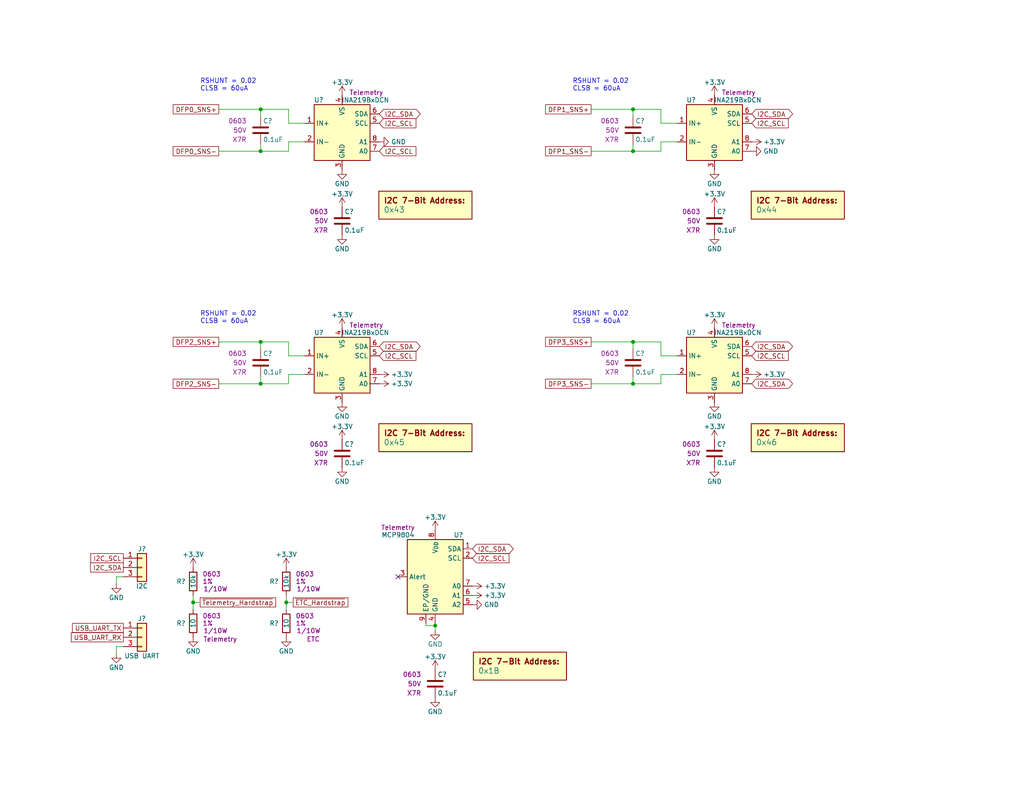
<source format=kicad_sch>
(kicad_sch (version 20230121) (generator eeschema)
  (paper "A")
  (title_block (title "USB Hub") (date "2023-08-20") (rev "PRELIM") (company "Drew Maatman"))
  (lib_symbols
    (symbol "Analog_ADC:INA219BxDCN"
      (property "Reference" "U" (at -6.35 8.89 0))
      (property "Value" "Analog_ADC_INA219BxDCN" (at 6.35 8.89 0))
      (symbol "INA219BxDCN_0_1"
        (rectangle (start -7.62 7.62) (end 7.62 -7.62) (stroke (width 0.254)) (fill (type background)))
      )
      (symbol "INA219BxDCN_1_1"
        (pin input line (at -10.16 2.54 0) (length 2.54) (name "IN+") (number "1"))
        (pin input line (at -10.16 -2.54 0) (length 2.54) (name "IN-") (number "2"))
        (pin power_in line (at 0 -10.16 90) (length 2.54) (name "GND") (number "3"))
        (pin power_in line (at 0 10.16 270) (length 2.54) (name "VS") (number "4"))
        (pin input line (at 10.16 2.54 180) (length 2.54) (name "SCL") (number "5"))
        (pin bidirectional line (at 10.16 5.08 180) (length 2.54) (name "SDA") (number "6"))
        (pin input line (at 10.16 -5.08 180) (length 2.54) (name "A0") (number "7"))
        (pin input line (at 10.16 -2.54 180) (length 2.54) (name "A1") (number "8"))
      )
    )
    (symbol "Connector_Generic:Conn_01x03" (pin_names (offset 1.016) hide)
      (property "Reference" "J" (at 0 5.08 0))
      (property "Value" "Conn_01x03" (at 0 -5.08 0))
      (symbol "Conn_01x03_1_1"
        (rectangle (start -1.27 -2.413) (end 0 -2.667) (stroke (width 0.1524)))
        (rectangle (start -1.27 0.127) (end 0 -0.127) (stroke (width 0.1524)))
        (rectangle (start -1.27 2.667) (end 0 2.413) (stroke (width 0.1524)))
        (rectangle (start -1.27 3.81) (end 1.27 -3.81) (stroke (width 0.254)) (fill (type background)))
        (pin passive line (at -5.08 2.54 0) (length 3.81) (name "Pin_1") (number "1"))
        (pin passive line (at -5.08 0 0) (length 3.81) (name "Pin_2") (number "2"))
        (pin passive line (at -5.08 -2.54 0) (length 3.81) (name "Pin_3") (number "3"))
      )
    )
    (symbol "Custom_Library:C_Custom" (pin_numbers hide) (pin_names (offset 0.254))
      (property "Reference" "C" (at 0.635 2.54 0))
      (property "Value" "C_Custom" (at 0.635 -2.54 0))
      (property "display_footprint" "Foot" (at -3.81 2.54 0))
      (property "Voltage" "V" (at -3.81 0 0))
      (property "Dielectric" "Er" (at -3.81 -2.54 0))
      (symbol "C_Custom_0_1"
        (polyline (pts (xy -2.032 -0.762) (xy 2.032 -0.762)) (stroke (width 0.508)))
        (polyline (pts (xy -2.032 0.762) (xy 2.032 0.762)) (stroke (width 0.508)))
      )
      (symbol "C_Custom_1_1"
        (pin passive line (at 0 3.81 270) (length 2.794) (name "~") (number "1"))
        (pin passive line (at 0 -3.81 90) (length 2.794) (name "~") (number "2"))
      )
    )
    (symbol "Custom_Library:I2C_Address" (pin_names (offset 1.016))
      (property "Value" "I2C_Address" (at -11.43 0 0))
      (symbol "I2C_Address_0_0"
        (rectangle (start -12.7 5.08) (end 12.7 -2.54) (stroke (width 0.254)) (fill (type background)))
        (text "I2C 7-Bit Address:" (at -11.43 2.54 0) (effects (font (size 1.524 1.524) bold) (justify left)))
      )
    )
    (symbol "Custom_Library:R_Custom" (pin_numbers hide) (pin_names (offset 1.016) hide)
      (property "Reference" "R" (at -2.54 0 90))
      (property "Value" "R_Custom" (at 0 0 90))
      (property "display_footprint" "Foot" (at 2.54 0 90))
      (property "Tolerance" "Tol" (at 5.08 0 90))
      (property "Wattage" "W" (at 7.62 0 90))
      (symbol "R_Custom_0_1"
        (rectangle (start 1.016 2.54) (end -1.016 -2.54) (stroke (width 0.254)))
      )
      (symbol "R_Custom_1_1"
        (pin passive line (at 0 3.81 270) (length 1.27) (name "1") (number "1"))
        (pin passive line (at 0 -3.81 90) (length 1.27) (name "2") (number "2"))
      )
    )
    (symbol "Sensor_Temperature:MCP9804_DFN"
      (property "Reference" "U" (at -6.35 11.43 0))
      (property "Value" "MCP9804_DFN" (at 10.16 11.43 0))
      (symbol "MCP9804_DFN_0_1"
        (rectangle (start -7.62 10.16) (end 7.62 -10.16) (stroke (width 0.254)) (fill (type background)))
      )
      (symbol "MCP9804_DFN_1_1"
        (pin bidirectional line (at -10.16 7.62 0) (length 2.54) (name "SDA") (number "1"))
        (pin input line (at -10.16 5.08 0) (length 2.54) (name "SCL") (number "2"))
        (pin output line (at 10.16 0 180) (length 2.54) (name "Alert") (number "3"))
        (pin power_in line (at 0 -12.7 90) (length 2.54) (name "GND") (number "4"))
        (pin input line (at -10.16 -7.62 0) (length 2.54) (name "A2") (number "5"))
        (pin input line (at -10.16 -5.08 0) (length 2.54) (name "A1") (number "6"))
        (pin input line (at -10.16 -2.54 0) (length 2.54) (name "A0") (number "7"))
        (pin power_in line (at 0 12.7 270) (length 2.54) (name "V_{DD}") (number "8"))
        (pin power_in line (at 2.54 -12.7 90) (length 2.54) (name "EP/GND") (number "9"))
      )
    )
    (symbol "power:+3.3V" (power) (pin_names (offset 0))
      (property "Value" "+3.3V" (at 0 3.556 0))
      (symbol "+3.3V_0_1"
        (polyline (pts (xy -0.762 1.27) (xy 0 2.54)))
        (polyline (pts (xy 0 0) (xy 0 2.54)))
        (polyline (pts (xy 0 2.54) (xy 0.762 1.27)))
      )
      (symbol "+3.3V_1_1"
        (pin power_in line (at 0 0 90) (length 0) hide (name "+3.3V") (number "1"))
      )
    )
    (symbol "power:GND" (power) (pin_names (offset 0))
      (property "Value" "GND" (at 0 -3.81 0))
      (symbol "GND_0_1"
        (polyline (pts (xy 0 0) (xy 0 -1.27) (xy 1.27 -1.27) (xy 0 -2.54) (xy -1.27 -1.27) (xy 0 -1.27)))
      )
      (symbol "GND_1_1"
        (pin power_in line (at 0 0 270) (length 0) hide (name "GND") (number "1"))
      )
    )
  )
  (junction (at 172.72 93.345))
  (junction (at 172.72 41.275))
  (junction (at 71.12 29.845))
  (junction (at 52.705 164.465))
  (junction (at 172.72 29.845))
  (junction (at 71.12 104.775))
  (junction (at 172.72 104.775))
  (junction (at 71.12 93.345))
  (junction (at 78.105 164.465))
  (junction (at 118.745 170.815))
  (junction (at 71.12 41.275))
  (no_connect (at 108.585 157.48))
  (wire (pts (xy 172.72 95.25) (xy 172.72 93.345)))
  (wire (pts (xy 180.34 33.655) (xy 180.34 29.845)))
  (wire (pts (xy 78.74 38.735) (xy 78.74 41.275)))
  (wire (pts (xy 180.34 97.155) (xy 180.34 93.345)))
  (wire (pts (xy 31.75 176.53) (xy 33.655 176.53)))
  (wire (pts (xy 78.74 41.275) (xy 71.12 41.275)))
  (wire (pts (xy 78.105 162.56) (xy 78.105 164.465)))
  (wire (pts (xy 71.12 104.775) (xy 71.12 102.87)))
  (wire (pts (xy 52.705 164.465) (xy 52.705 166.37)))
  (wire (pts (xy 78.74 104.775) (xy 71.12 104.775)))
  (wire (pts (xy 78.74 97.155) (xy 78.74 93.345)))
  (wire (pts (xy 118.745 170.815) (xy 116.205 170.815)))
  (wire (pts (xy 71.12 31.75) (xy 71.12 29.845)))
  (wire (pts (xy 59.69 104.775) (xy 71.12 104.775)))
  (wire (pts (xy 59.69 93.345) (xy 71.12 93.345)))
  (wire (pts (xy 31.75 178.435) (xy 31.75 176.53)))
  (wire (pts (xy 52.705 162.56) (xy 52.705 164.465)))
  (wire (pts (xy 31.75 157.48) (xy 33.655 157.48)))
  (wire (pts (xy 184.785 33.655) (xy 180.34 33.655)))
  (wire (pts (xy 54.61 164.465) (xy 52.705 164.465)))
  (wire (pts (xy 83.185 97.155) (xy 78.74 97.155)))
  (wire (pts (xy 180.34 102.235) (xy 180.34 104.775)))
  (wire (pts (xy 116.205 170.815) (xy 116.205 170.18)))
  (wire (pts (xy 161.29 93.345) (xy 172.72 93.345)))
  (wire (pts (xy 83.185 33.655) (xy 78.74 33.655)))
  (wire (pts (xy 184.785 102.235) (xy 180.34 102.235)))
  (wire (pts (xy 59.69 41.275) (xy 71.12 41.275)))
  (wire (pts (xy 172.72 41.275) (xy 172.72 39.37)))
  (wire (pts (xy 180.34 38.735) (xy 180.34 41.275)))
  (wire (pts (xy 59.69 29.845) (xy 71.12 29.845)))
  (wire (pts (xy 31.75 159.385) (xy 31.75 157.48)))
  (wire (pts (xy 118.745 172.085) (xy 118.745 170.815)))
  (wire (pts (xy 71.12 95.25) (xy 71.12 93.345)))
  (wire (pts (xy 180.34 29.845) (xy 172.72 29.845)))
  (wire (pts (xy 172.72 104.775) (xy 172.72 102.87)))
  (wire (pts (xy 78.74 93.345) (xy 71.12 93.345)))
  (wire (pts (xy 161.29 41.275) (xy 172.72 41.275)))
  (wire (pts (xy 184.785 97.155) (xy 180.34 97.155)))
  (wire (pts (xy 180.34 41.275) (xy 172.72 41.275)))
  (wire (pts (xy 71.12 41.275) (xy 71.12 39.37)))
  (wire (pts (xy 78.74 33.655) (xy 78.74 29.845)))
  (wire (pts (xy 161.29 104.775) (xy 172.72 104.775)))
  (wire (pts (xy 78.105 164.465) (xy 78.105 166.37)))
  (wire (pts (xy 78.74 102.235) (xy 78.74 104.775)))
  (wire (pts (xy 161.29 29.845) (xy 172.72 29.845)))
  (wire (pts (xy 83.185 38.735) (xy 78.74 38.735)))
  (wire (pts (xy 118.745 170.815) (xy 118.745 170.18)))
  (wire (pts (xy 78.74 29.845) (xy 71.12 29.845)))
  (wire (pts (xy 180.34 93.345) (xy 172.72 93.345)))
  (wire (pts (xy 180.34 104.775) (xy 172.72 104.775)))
  (wire (pts (xy 83.185 102.235) (xy 78.74 102.235)))
  (wire (pts (xy 80.01 164.465) (xy 78.105 164.465)))
  (wire (pts (xy 172.72 31.75) (xy 172.72 29.845)))
  (wire (pts (xy 184.785 38.735) (xy 180.34 38.735)))
  (text "RSHUNT = 0.02\nCLSB = 60uA" (at 54.61 25.019 0) (effects (font (size 1.27 1.27)) (justify left bottom)))
  (text "RSHUNT = 0.02\nCLSB = 60uA" (at 156.21 88.519 0) (effects (font (size 1.27 1.27)) (justify left bottom)))
  (text "RSHUNT = 0.02\nCLSB = 60uA" (at 54.61 88.519 0) (effects (font (size 1.27 1.27)) (justify left bottom)))
  (text "RSHUNT = 0.02\nCLSB = 60uA" (at 156.21 25.019 0) (effects (font (size 1.27 1.27)) (justify left bottom)))
  (global_label "I2C_SCL" (shape input) (at 103.505 97.155 0) (property "Intersheetrefs" "${INTERSHEET_REFS}" (effects hide)))
  (global_label "I2C_SDA" (shape bidirectional) (at 103.505 94.615 0) (property "Intersheetrefs" "${INTERSHEET_REFS}" (effects hide)))
  (global_label "I2C_SDA" (shape bidirectional) (at 128.905 149.86 0) (property "Intersheetrefs" "${INTERSHEET_REFS}" (effects hide)))
  (global_label "I2C_SCL" (shape input) (at 205.105 33.655 0) (property "Intersheetrefs" "${INTERSHEET_REFS}" (effects hide)))
  (global_label "I2C_SCL" (shape input) (at 103.505 33.655 0) (property "Intersheetrefs" "${INTERSHEET_REFS}" (effects hide)))
  (global_label "~{Telemetry_Hardstrap}" (shape passive) (at 54.61 164.465 0) (property "Intersheetrefs" "${INTERSHEET_REFS}" (effects hide)))
  (global_label "DFP1_SNS-" (shape passive) (at 161.29 41.275 180) (property "Intersheetrefs" "${INTERSHEET_REFS}" (effects hide)))
  (global_label "USB_UART_TX" (shape passive) (at 33.655 171.45 180) (property "Intersheetrefs" "${INTERSHEET_REFS}" (effects hide)))
  (global_label "I2C_SCL" (shape input) (at 128.905 152.4 0) (property "Intersheetrefs" "${INTERSHEET_REFS}" (effects hide)))
  (global_label "I2C_SDA" (shape bidirectional) (at 205.105 104.775 0) (property "Intersheetrefs" "${INTERSHEET_REFS}" (effects hide)))
  (global_label "I2C_SCL" (shape passive) (at 33.655 152.4 180) (property "Intersheetrefs" "${INTERSHEET_REFS}" (effects hide)))
  (global_label "I2C_SDA" (shape bidirectional) (at 205.105 94.615 0) (property "Intersheetrefs" "${INTERSHEET_REFS}" (effects hide)))
  (global_label "DFP0_SNS-" (shape passive) (at 59.69 41.275 180) (property "Intersheetrefs" "${INTERSHEET_REFS}" (effects hide)))
  (global_label "USB_UART_RX" (shape passive) (at 33.655 173.99 180) (property "Intersheetrefs" "${INTERSHEET_REFS}" (effects hide)))
  (global_label "DFP0_SNS+" (shape passive) (at 59.69 29.845 180) (property "Intersheetrefs" "${INTERSHEET_REFS}" (effects hide)))
  (global_label "DFP2_SNS+" (shape passive) (at 59.69 93.345 180) (property "Intersheetrefs" "${INTERSHEET_REFS}" (effects hide)))
  (global_label "I2C_SCL" (shape input) (at 205.105 97.155 0) (property "Intersheetrefs" "${INTERSHEET_REFS}" (effects hide)))
  (global_label "DFP3_SNS-" (shape passive) (at 161.29 104.775 180) (property "Intersheetrefs" "${INTERSHEET_REFS}" (effects hide)))
  (global_label "I2C_SDA" (shape bidirectional) (at 205.105 31.115 0) (property "Intersheetrefs" "${INTERSHEET_REFS}" (effects hide)))
  (global_label "I2C_SCL" (shape input) (at 103.505 41.275 0) (property "Intersheetrefs" "${INTERSHEET_REFS}" (effects hide)))
  (global_label "~{ETC_Hardstrap}" (shape passive) (at 80.01 164.465 0) (property "Intersheetrefs" "${INTERSHEET_REFS}" (effects hide)))
  (global_label "DFP3_SNS+" (shape passive) (at 161.29 93.345 180) (property "Intersheetrefs" "${INTERSHEET_REFS}" (effects hide)))
  (global_label "DFP1_SNS+" (shape passive) (at 161.29 29.845 180) (property "Intersheetrefs" "${INTERSHEET_REFS}" (effects hide)))
  (global_label "I2C_SDA" (shape passive) (at 33.655 154.94 180) (property "Intersheetrefs" "${INTERSHEET_REFS}" (effects hide)))
  (global_label "I2C_SDA" (shape bidirectional) (at 103.505 31.115 0) (property "Intersheetrefs" "${INTERSHEET_REFS}" (effects hide)))
  (global_label "DFP2_SNS-" (shape passive) (at 59.69 104.775 180) (property "Intersheetrefs" "${INTERSHEET_REFS}" (effects hide)))
  (symbol (lib_id "Custom_Library:I2C_Address") (at 116.078 57.277 0) (unit 1)
    (property "Reference" "DOC?" (effects hide))
    (property "Value" "0x43" (at 104.648 57.277 0) (effects (font (size 1.524 1.524)) (justify left)))
    (instances (project "USB_Hub" (path "" (reference "DOC?") (unit 1)) (path "" (reference "DOC2401") (unit 1))))
  )
  (symbol (lib_id "power:+3.3V") (at 194.945 89.535 0) (unit 1)
    (property "Reference" "#PWR?" (effects hide))
    (property "Value" "+3.3V" (at 194.945 85.979 0))
    (instances (project "USB_Hub" (path "" (reference "#PWR?") (unit 1)) (path "" (reference "#PWR02429") (unit 1))))
  )
  (symbol (lib_id "power:GND") (at 93.345 46.355 0) (unit 1)
    (property "Reference" "#PWR?" (effects hide))
    (property "Value" "GND" (at 93.345 50.165 0))
    (instances (project "USB_Hub" (path "" (reference "#PWR?") (unit 1)) (path "" (reference "#PWR02408") (unit 1))))
  )
  (symbol (lib_id "power:GND") (at 118.745 190.5 0) (unit 1)
    (property "Reference" "#PWR?" (effects hide))
    (property "Value" "GND" (at 118.745 194.31 0))
    (instances (project "USB_Hub" (path "" (reference "#PWR?") (unit 1)) (path "" (reference "#PWR02421") (unit 1))))
  )
  (symbol (lib_id "Custom_Library:C_Custom") (at 71.12 99.06 0) (unit 1)
    (property "Reference" "C?" (at 71.755 96.52 0) (effects (justify left)))
    (property "Value" "0.1uF" (at 71.755 101.6 0) (effects (justify left)))
    (property "Footprint" "Capacitors_SMD:C_0603" (effects hide))
    (property "display_footprint" "0603" (at 67.31 96.52 0) (effects (justify right)))
    (property "Voltage" "50V" (at 67.31 99.06 0) (effects (justify right)))
    (property "Dielectric" "X7R" (at 67.31 101.6 0) (effects (justify right)))
    (property "Digi-Key PN" "1276-1935-1-ND" (effects hide))
    (instances (project "USB_Hub" (path "" (reference "C?") (unit 1)) (path "" (reference "C2402") (unit 1))))
  )
  (symbol (lib_id "power:GND") (at 31.75 159.385 0) (unit 1)
    (property "Reference" "#PWR?" (effects hide))
    (property "Value" "GND" (at 31.75 163.195 0))
    (instances (project "Analog_Clock" (path "" (reference "#PWR?") (unit 1))) (project "USB_Hub" (path "" (reference "#PWR02401") (unit 1))))
  )
  (symbol (lib_id "power:+3.3V") (at 93.345 56.515 0) (unit 1)
    (property "Reference" "#PWR?" (effects hide))
    (property "Value" "+3.3V" (at 93.345 52.959 0))
    (instances (project "USB_Hub" (path "" (reference "#PWR?") (unit 1)) (path "" (reference "#PWR02409") (unit 1))))
  )
  (symbol (lib_id "Sensor_Temperature:MCP9804_DFN") (at 118.745 157.48 0) (mirror y) (unit 1)
    (property "Reference" "U?" (at 125.095 146.05 0))
    (property "Value" "MCP9804" (at 108.585 146.05 0))
    (property "Footprint" "Package_DFN_QFN:DFN-8-1EP_3x2mm_P0.5mm_EP1.3x1.5mm" (effects hide))
    (property "Datasheet" "http://ww1.microchip.com/downloads/en/DeviceDoc/22203b.pdf" (effects hide))
    (property "Digi-Key PN" "MCP9804T-E/MCCT-ND" (effects hide))
    (property "Configuration" "Telemetry" (at 108.585 144.018 0))
    (instances (project "USB_Hub" (path "" (reference "U?") (unit 1)) (path "" (reference "U2403") (unit 1))))
  )
  (symbol (lib_id "Custom_Library:R_Custom") (at 78.105 170.18 0) (unit 1)
    (property "Reference" "R?" (at 76.073 170.18 0) (effects (justify right)))
    (property "Value" "10" (at 78.105 170.18 90))
    (property "Footprint" "Resistors_SMD:R_0603" (effects hide))
    (property "display_footprint" "0603" (at 80.645 168.148 0) (effects (justify left)))
    (property "Tolerance" "1%" (at 80.645 170.18 0) (effects (justify left)))
    (property "Wattage" "1/10W" (at 80.899 172.212 0) (effects (justify left)))
    (property "Configuration" "ETC" (at 85.471 174.498 0))
    (instances (project "Analog_Clock" (path "" (reference "R?") (unit 1)) (path "" (reference "R?") (unit 1)) (path "" (reference "R?") (unit 1)) (path "" (reference "R?") (unit 1)) (path "" (reference "R?") (unit 1))) (project "USB_Hub" (path "" (reference "R2404") (unit 1))))
  )
  (symbol (lib_id "Custom_Library:I2C_Address") (at 217.678 57.277 0) (unit 1)
    (property "Reference" "DOC?" (effects hide))
    (property "Value" "0x44" (at 206.248 57.277 0) (effects (font (size 1.524 1.524)) (justify left)))
    (instances (project "USB_Hub" (path "" (reference "DOC?") (unit 1)) (path "" (reference "DOC2404") (unit 1))))
  )
  (symbol (lib_id "Custom_Library:R_Custom") (at 52.705 158.75 0) (unit 1)
    (property "Reference" "R?" (at 50.673 158.75 0) (effects (justify right)))
    (property "Value" "10k" (at 52.705 158.75 90))
    (property "Footprint" "Resistors_SMD:R_0603" (effects hide))
    (property "display_footprint" "0603" (at 55.245 156.718 0) (effects (justify left)))
    (property "Tolerance" "1%" (at 55.245 158.75 0) (effects (justify left)))
    (property "Wattage" "1/10W" (at 55.499 160.782 0) (effects (justify left)))
    (instances (project "Analog_Clock" (path "" (reference "R?") (unit 1)) (path "" (reference "R?") (unit 1)) (path "" (reference "R?") (unit 1)) (path "" (reference "R?") (unit 1)) (path "" (reference "R?") (unit 1))) (project "USB_Hub" (path "" (reference "R2401") (unit 1))))
  )
  (symbol (lib_id "power:GND") (at 31.75 178.435 0) (unit 1)
    (property "Reference" "#PWR?" (effects hide))
    (property "Value" "GND" (at 31.75 182.245 0))
    (instances (project "Analog_Clock" (path "" (reference "#PWR?") (unit 1))) (project "USB_Hub" (path "" (reference "#PWR02402") (unit 1))))
  )
  (symbol (lib_id "Custom_Library:C_Custom") (at 172.72 99.06 0) (unit 1)
    (property "Reference" "C?" (at 173.355 96.52 0) (effects (justify left)))
    (property "Value" "0.1uF" (at 173.355 101.6 0) (effects (justify left)))
    (property "Footprint" "Capacitors_SMD:C_0603" (effects hide))
    (property "display_footprint" "0603" (at 168.91 96.52 0) (effects (justify right)))
    (property "Voltage" "50V" (at 168.91 99.06 0) (effects (justify right)))
    (property "Dielectric" "X7R" (at 168.91 101.6 0) (effects (justify right)))
    (property "Digi-Key PN" "1276-1935-1-ND" (effects hide))
    (instances (project "USB_Hub" (path "" (reference "C?") (unit 1)) (path "" (reference "C2407") (unit 1))))
  )
  (symbol (lib_id "power:+3.3V") (at 128.905 162.56 270) (mirror x) (unit 1)
    (property "Reference" "#PWR?" (effects hide))
    (property "Value" "+3.3V" (at 132.08 162.56 90) (effects (justify left)))
    (instances (project "USB_Hub" (path "" (reference "#PWR?") (unit 1)) (path "" (reference "#PWR02423") (unit 1))))
  )
  (symbol (lib_id "power:+3.3V") (at 103.505 104.775 270) (unit 1)
    (property "Reference" "#PWR?" (effects hide))
    (property "Value" "+3.3V" (at 106.68 104.775 90) (effects (justify left)))
    (instances (project "USB_Hub" (path "" (reference "#PWR?") (unit 1)) (path "" (reference "#PWR02417") (unit 1))))
  )
  (symbol (lib_id "power:+3.3V") (at 118.745 182.88 0) (unit 1)
    (property "Reference" "#PWR?" (effects hide))
    (property "Value" "+3.3V" (at 118.745 179.324 0))
    (instances (project "USB_Hub" (path "" (reference "#PWR?") (unit 1)) (path "" (reference "#PWR02420") (unit 1))))
  )
  (symbol (lib_id "power:+3.3V") (at 205.105 102.235 270) (unit 1)
    (property "Reference" "#PWR?" (effects hide))
    (property "Value" "+3.3V" (at 208.28 102.235 90) (effects (justify left)))
    (instances (project "USB_Hub" (path "" (reference "#PWR?") (unit 1)) (path "" (reference "#PWR02435") (unit 1))))
  )
  (symbol (lib_id "Custom_Library:C_Custom") (at 118.745 186.69 0) (unit 1)
    (property "Reference" "C?" (at 119.38 184.15 0) (effects (justify left)))
    (property "Value" "0.1uF" (at 119.38 189.23 0) (effects (justify left)))
    (property "Footprint" "Capacitors_SMD:C_0603" (effects hide))
    (property "display_footprint" "0603" (at 114.935 184.15 0) (effects (justify right)))
    (property "Voltage" "50V" (at 114.935 186.69 0) (effects (justify right)))
    (property "Dielectric" "X7R" (at 114.935 189.23 0) (effects (justify right)))
    (property "Digi-Key PN" "1276-1935-1-ND" (effects hide))
    (instances (project "USB_Hub" (path "" (reference "C?") (unit 1)) (path "" (reference "C2405") (unit 1))))
  )
  (symbol (lib_id "power:+3.3V") (at 103.505 102.235 270) (unit 1)
    (property "Reference" "#PWR?" (effects hide))
    (property "Value" "+3.3V" (at 106.68 102.235 90) (effects (justify left)))
    (instances (project "USB_Hub" (path "" (reference "#PWR?") (unit 1)) (path "" (reference "#PWR02416") (unit 1))))
  )
  (symbol (lib_id "power:+3.3V") (at 128.905 160.02 270) (mirror x) (unit 1)
    (property "Reference" "#PWR?" (effects hide))
    (property "Value" "+3.3V" (at 132.08 160.02 90) (effects (justify left)))
    (instances (project "USB_Hub" (path "" (reference "#PWR?") (unit 1)) (path "" (reference "#PWR02422") (unit 1))))
  )
  (symbol (lib_id "Connector_Generic:Conn_01x03") (at 38.735 154.94 0) (unit 1)
    (property "Reference" "J?" (at 38.735 149.86 0))
    (property "Value" "I2C" (at 38.735 160.02 0))
    (property "Footprint" "Connector_PinHeader_2.54mm:PinHeader_1x03_P2.54mm_Vertical" (effects hide))
    (instances (project "Analog_Clock" (path "" (reference "J?") (unit 1))) (project "USB_Hub" (path "" (reference "J2401") (unit 1))))
  )
  (symbol (lib_id "power:GND") (at 128.905 165.1 90) (unit 1)
    (property "Reference" "#PWR?" (effects hide))
    (property "Value" "GND" (at 132.08 165.1 90) (effects (justify right)))
    (instances (project "USB_Hub" (path "" (reference "#PWR?") (unit 1)) (path "" (reference "#PWR02424") (unit 1))))
  )
  (symbol (lib_id "Custom_Library:R_Custom") (at 52.705 170.18 0) (unit 1)
    (property "Reference" "R?" (at 50.673 170.18 0) (effects (justify right)))
    (property "Value" "10" (at 52.705 170.18 90))
    (property "Footprint" "Resistors_SMD:R_0603" (effects hide))
    (property "display_footprint" "0603" (at 55.245 168.148 0) (effects (justify left)))
    (property "Tolerance" "1%" (at 55.245 170.18 0) (effects (justify left)))
    (property "Wattage" "1/10W" (at 55.499 172.212 0) (effects (justify left)))
    (property "Configuration" "Telemetry" (at 60.071 174.498 0))
    (instances (project "Analog_Clock" (path "" (reference "R?") (unit 1)) (path "" (reference "R?") (unit 1)) (path "" (reference "R?") (unit 1)) (path "" (reference "R?") (unit 1)) (path "" (reference "R?") (unit 1))) (project "USB_Hub" (path "" (reference "R2402") (unit 1))))
  )
  (symbol (lib_id "power:GND") (at 78.105 173.99 0) (unit 1)
    (property "Reference" "#PWR?" (effects hide))
    (property "Value" "GND" (at 78.105 177.8 0))
    (instances (project "Analog_Clock" (path "" (reference "#PWR?") (unit 1))) (project "USB_Hub" (path "" (reference "#PWR02406") (unit 1))))
  )
  (symbol (lib_id "Custom_Library:C_Custom") (at 172.72 35.56 0) (unit 1)
    (property "Reference" "C?" (at 173.355 33.02 0) (effects (justify left)))
    (property "Value" "0.1uF" (at 173.355 38.1 0) (effects (justify left)))
    (property "Footprint" "Capacitors_SMD:C_0603" (effects hide))
    (property "display_footprint" "0603" (at 168.91 33.02 0) (effects (justify right)))
    (property "Voltage" "50V" (at 168.91 35.56 0) (effects (justify right)))
    (property "Dielectric" "X7R" (at 168.91 38.1 0) (effects (justify right)))
    (property "Digi-Key PN" "1276-1935-1-ND" (effects hide))
    (instances (project "USB_Hub" (path "" (reference "C?") (unit 1)) (path "" (reference "C2406") (unit 1))))
  )
  (symbol (lib_id "power:GND") (at 52.705 173.99 0) (unit 1)
    (property "Reference" "#PWR?" (effects hide))
    (property "Value" "GND" (at 52.705 177.8 0))
    (instances (project "Analog_Clock" (path "" (reference "#PWR?") (unit 1))) (project "USB_Hub" (path "" (reference "#PWR02404") (unit 1))))
  )
  (symbol (lib_id "power:+3.3V") (at 78.105 154.94 0) (unit 1)
    (property "Reference" "#PWR?" (effects hide))
    (property "Value" "+3.3V" (at 78.105 151.384 0))
    (instances (project "Analog_Clock" (path "" (reference "#PWR?") (unit 1))) (project "USB_Hub" (path "" (reference "#PWR02405") (unit 1))))
  )
  (symbol (lib_id "power:+3.3V") (at 118.745 144.78 0) (mirror y) (unit 1)
    (property "Reference" "#PWR?" (effects hide))
    (property "Value" "+3.3V" (at 118.745 141.224 0))
    (instances (project "USB_Hub" (path "" (reference "#PWR?") (unit 1)) (path "" (reference "#PWR02418") (unit 1))))
  )
  (symbol (lib_id "power:GND") (at 93.345 109.855 0) (unit 1)
    (property "Reference" "#PWR?" (effects hide))
    (property "Value" "GND" (at 93.345 113.665 0))
    (instances (project "USB_Hub" (path "" (reference "#PWR?") (unit 1)) (path "" (reference "#PWR02412") (unit 1))))
  )
  (symbol (lib_id "Custom_Library:I2C_Address") (at 217.678 120.777 0) (unit 1)
    (property "Reference" "DOC?" (effects hide))
    (property "Value" "0x46" (at 206.248 120.777 0) (effects (font (size 1.524 1.524)) (justify left)))
    (instances (project "USB_Hub" (path "" (reference "DOC?") (unit 1)) (path "" (reference "DOC2405") (unit 1))))
  )
  (symbol (lib_id "power:+3.3V") (at 93.345 89.535 0) (unit 1)
    (property "Reference" "#PWR?" (effects hide))
    (property "Value" "+3.3V" (at 93.345 85.979 0))
    (instances (project "USB_Hub" (path "" (reference "#PWR?") (unit 1)) (path "" (reference "#PWR02411") (unit 1))))
  )
  (symbol (lib_id "power:GND") (at 194.945 64.135 0) (unit 1)
    (property "Reference" "#PWR?" (effects hide))
    (property "Value" "GND" (at 194.945 67.945 0))
    (instances (project "USB_Hub" (path "" (reference "#PWR?") (unit 1)) (path "" (reference "#PWR02428") (unit 1))))
  )
  (symbol (lib_id "power:GND") (at 103.505 38.735 90) (unit 1)
    (property "Reference" "#PWR?" (effects hide))
    (property "Value" "GND" (at 106.68 38.735 90) (effects (justify right)))
    (instances (project "USB_Hub" (path "" (reference "#PWR?") (unit 1)) (path "" (reference "#PWR02415") (unit 1))))
  )
  (symbol (lib_id "power:+3.3V") (at 194.945 26.035 0) (unit 1)
    (property "Reference" "#PWR?" (effects hide))
    (property "Value" "+3.3V" (at 194.945 22.479 0))
    (instances (project "USB_Hub" (path "" (reference "#PWR?") (unit 1)) (path "" (reference "#PWR02425") (unit 1))))
  )
  (symbol (lib_id "Analog_ADC:INA219BxDCN") (at 93.345 99.695 0) (unit 1)
    (property "Reference" "U?" (at 86.995 90.805 0))
    (property "Value" "INA219BxDCN" (at 99.695 90.805 0))
    (property "Footprint" "Package_TO_SOT_SMD:SOT-23-8" (effects hide))
    (property "Datasheet" "http://www.ti.com/lit/ds/symlink/ina219.pdf" (effects hide))
    (property "Digi-Key PN" "296-46420-1-ND" (effects hide))
    (property "Configuration" "Telemetry" (at 99.949 88.773 0))
    (instances (project "USB_Hub" (path "" (reference "U?") (unit 1)) (path "" (reference "U2402") (unit 1))))
  )
  (symbol (lib_id "power:+3.3V") (at 93.345 120.015 0) (unit 1)
    (property "Reference" "#PWR?" (effects hide))
    (property "Value" "+3.3V" (at 93.345 116.459 0))
    (instances (project "USB_Hub" (path "" (reference "#PWR?") (unit 1)) (path "" (reference "#PWR02413") (unit 1))))
  )
  (symbol (lib_id "Analog_ADC:INA219BxDCN") (at 93.345 36.195 0) (unit 1)
    (property "Reference" "U?" (at 86.995 27.305 0))
    (property "Value" "INA219BxDCN" (at 99.695 27.305 0))
    (property "Footprint" "Package_TO_SOT_SMD:SOT-23-8" (effects hide))
    (property "Datasheet" "http://www.ti.com/lit/ds/symlink/ina219.pdf" (effects hide))
    (property "Digi-Key PN" "296-46420-1-ND" (effects hide))
    (property "Configuration" "Telemetry" (at 99.949 25.273 0))
    (instances (project "USB_Hub" (path "" (reference "U?") (unit 1)) (path "" (reference "U2401") (unit 1))))
  )
  (symbol (lib_id "power:+3.3V") (at 194.945 120.015 0) (unit 1)
    (property "Reference" "#PWR?" (effects hide))
    (property "Value" "+3.3V" (at 194.945 116.459 0))
    (instances (project "USB_Hub" (path "" (reference "#PWR?") (unit 1)) (path "" (reference "#PWR02431") (unit 1))))
  )
  (symbol (lib_id "Custom_Library:C_Custom") (at 93.345 123.825 0) (unit 1)
    (property "Reference" "C?" (at 93.98 121.285 0) (effects (justify left)))
    (property "Value" "0.1uF" (at 93.98 126.365 0) (effects (justify left)))
    (property "Footprint" "Capacitors_SMD:C_0603" (effects hide))
    (property "display_footprint" "0603" (at 89.535 121.285 0) (effects (justify right)))
    (property "Voltage" "50V" (at 89.535 123.825 0) (effects (justify right)))
    (property "Dielectric" "X7R" (at 89.535 126.365 0) (effects (justify right)))
    (property "Digi-Key PN" "1276-1935-1-ND" (effects hide))
    (instances (project "USB_Hub" (path "" (reference "C?") (unit 1)) (path "" (reference "C2404") (unit 1))))
  )
  (symbol (lib_id "Connector_Generic:Conn_01x03") (at 38.735 173.99 0) (unit 1)
    (property "Reference" "J?" (at 38.735 168.91 0))
    (property "Value" "USB UART" (at 38.735 179.07 0))
    (property "Footprint" "Connector_PinHeader_2.54mm:PinHeader_1x03_P2.54mm_Vertical" (effects hide))
    (instances (project "Analog_Clock" (path "" (reference "J?") (unit 1))) (project "USB_Hub" (path "" (reference "J2402") (unit 1))))
  )
  (symbol (lib_id "power:GND") (at 93.345 64.135 0) (unit 1)
    (property "Reference" "#PWR?" (effects hide))
    (property "Value" "GND" (at 93.345 67.945 0))
    (instances (project "USB_Hub" (path "" (reference "#PWR?") (unit 1)) (path "" (reference "#PWR02410") (unit 1))))
  )
  (symbol (lib_id "Custom_Library:C_Custom") (at 194.945 123.825 0) (unit 1)
    (property "Reference" "C?" (at 195.58 121.285 0) (effects (justify left)))
    (property "Value" "0.1uF" (at 195.58 126.365 0) (effects (justify left)))
    (property "Footprint" "Capacitors_SMD:C_0603" (effects hide))
    (property "display_footprint" "0603" (at 191.135 121.285 0) (effects (justify right)))
    (property "Voltage" "50V" (at 191.135 123.825 0) (effects (justify right)))
    (property "Dielectric" "X7R" (at 191.135 126.365 0) (effects (justify right)))
    (property "Digi-Key PN" "1276-1935-1-ND" (effects hide))
    (instances (project "USB_Hub" (path "" (reference "C?") (unit 1)) (path "" (reference "C2409") (unit 1))))
  )
  (symbol (lib_id "power:GND") (at 194.945 127.635 0) (unit 1)
    (property "Reference" "#PWR?" (effects hide))
    (property "Value" "GND" (at 194.945 131.445 0))
    (instances (project "USB_Hub" (path "" (reference "#PWR?") (unit 1)) (path "" (reference "#PWR02432") (unit 1))))
  )
  (symbol (lib_id "Custom_Library:R_Custom") (at 78.105 158.75 0) (unit 1)
    (property "Reference" "R?" (at 76.073 158.75 0) (effects (justify right)))
    (property "Value" "10k" (at 78.105 158.75 90))
    (property "Footprint" "Resistors_SMD:R_0603" (effects hide))
    (property "display_footprint" "0603" (at 80.645 156.718 0) (effects (justify left)))
    (property "Tolerance" "1%" (at 80.645 158.75 0) (effects (justify left)))
    (property "Wattage" "1/10W" (at 80.899 160.782 0) (effects (justify left)))
    (instances (project "Analog_Clock" (path "" (reference "R?") (unit 1)) (path "" (reference "R?") (unit 1)) (path "" (reference "R?") (unit 1)) (path "" (reference "R?") (unit 1)) (path "" (reference "R?") (unit 1))) (project "USB_Hub" (path "" (reference "R2403") (unit 1))))
  )
  (symbol (lib_id "power:+3.3V") (at 194.945 56.515 0) (unit 1)
    (property "Reference" "#PWR?" (effects hide))
    (property "Value" "+3.3V" (at 194.945 52.959 0))
    (instances (project "USB_Hub" (path "" (reference "#PWR?") (unit 1)) (path "" (reference "#PWR02427") (unit 1))))
  )
  (symbol (lib_id "power:+3.3V") (at 52.705 154.94 0) (unit 1)
    (property "Reference" "#PWR?" (effects hide))
    (property "Value" "+3.3V" (at 52.705 151.384 0))
    (instances (project "Analog_Clock" (path "" (reference "#PWR?") (unit 1))) (project "USB_Hub" (path "" (reference "#PWR02403") (unit 1))))
  )
  (symbol (lib_id "power:GND") (at 93.345 127.635 0) (unit 1)
    (property "Reference" "#PWR?" (effects hide))
    (property "Value" "GND" (at 93.345 131.445 0))
    (instances (project "USB_Hub" (path "" (reference "#PWR?") (unit 1)) (path "" (reference "#PWR02414") (unit 1))))
  )
  (symbol (lib_id "power:+3.3V") (at 93.345 26.035 0) (unit 1)
    (property "Reference" "#PWR?" (effects hide))
    (property "Value" "+3.3V" (at 93.345 22.479 0))
    (instances (project "USB_Hub" (path "" (reference "#PWR?") (unit 1)) (path "" (reference "#PWR02407") (unit 1))))
  )
  (symbol (lib_id "power:GND") (at 205.105 41.275 90) (unit 1)
    (property "Reference" "#PWR?" (effects hide))
    (property "Value" "GND" (at 208.28 41.275 90) (effects (justify right)))
    (instances (project "USB_Hub" (path "" (reference "#PWR?") (unit 1)) (path "" (reference "#PWR02434") (unit 1))))
  )
  (symbol (lib_id "power:+3.3V") (at 205.105 38.735 270) (unit 1)
    (property "Reference" "#PWR?" (effects hide))
    (property "Value" "+3.3V" (at 208.28 38.735 90) (effects (justify left)))
    (instances (project "USB_Hub" (path "" (reference "#PWR?") (unit 1)) (path "" (reference "#PWR02433") (unit 1))))
  )
  (symbol (lib_id "Analog_ADC:INA219BxDCN") (at 194.945 36.195 0) (unit 1)
    (property "Reference" "U?" (at 188.595 27.305 0))
    (property "Value" "INA219BxDCN" (at 201.295 27.305 0))
    (property "Footprint" "Package_TO_SOT_SMD:SOT-23-8" (effects hide))
    (property "Datasheet" "http://www.ti.com/lit/ds/symlink/ina219.pdf" (effects hide))
    (property "Digi-Key PN" "296-46420-1-ND" (effects hide))
    (property "Configuration" "Telemetry" (at 201.549 25.273 0))
    (instances (project "USB_Hub" (path "" (reference "U?") (unit 1)) (path "" (reference "U2404") (unit 1))))
  )
  (symbol (lib_id "Analog_ADC:INA219BxDCN") (at 194.945 99.695 0) (unit 1)
    (property "Reference" "U?" (at 188.595 90.805 0))
    (property "Value" "INA219BxDCN" (at 201.295 90.805 0))
    (property "Footprint" "Package_TO_SOT_SMD:SOT-23-8" (effects hide))
    (property "Datasheet" "http://www.ti.com/lit/ds/symlink/ina219.pdf" (effects hide))
    (property "Digi-Key PN" "296-46420-1-ND" (effects hide))
    (property "Configuration" "Telemetry" (at 201.549 88.773 0))
    (instances (project "USB_Hub" (path "" (reference "U?") (unit 1)) (path "" (reference "U2405") (unit 1))))
  )
  (symbol (lib_id "Custom_Library:I2C_Address") (at 116.078 120.777 0) (unit 1)
    (property "Reference" "DOC?" (effects hide))
    (property "Value" "0x45" (at 104.648 120.777 0) (effects (font (size 1.524 1.524)) (justify left)))
    (instances (project "USB_Hub" (path "" (reference "DOC?") (unit 1)) (path "" (reference "DOC2402") (unit 1))))
  )
  (symbol (lib_id "Custom_Library:C_Custom") (at 93.345 60.325 0) (unit 1)
    (property "Reference" "C?" (at 93.98 57.785 0) (effects (justify left)))
    (property "Value" "0.1uF" (at 93.98 62.865 0) (effects (justify left)))
    (property "Footprint" "Capacitors_SMD:C_0603" (effects hide))
    (property "display_footprint" "0603" (at 89.535 57.785 0) (effects (justify right)))
    (property "Voltage" "50V" (at 89.535 60.325 0) (effects (justify right)))
    (property "Dielectric" "X7R" (at 89.535 62.865 0) (effects (justify right)))
    (property "Digi-Key PN" "1276-1935-1-ND" (effects hide))
    (instances (project "USB_Hub" (path "" (reference "C?") (unit 1)) (path "" (reference "C2403") (unit 1))))
  )
  (symbol (lib_id "power:GND") (at 118.745 172.085 0) (mirror y) (unit 1)
    (property "Reference" "#PWR?" (effects hide))
    (property "Value" "GND" (at 118.745 175.895 0))
    (instances (project "USB_Hub" (path "" (reference "#PWR?") (unit 1)) (path "" (reference "#PWR02419") (unit 1))))
  )
  (symbol (lib_id "Custom_Library:I2C_Address") (at 141.859 183.134 0) (unit 1)
    (property "Reference" "DOC?" (effects hide))
    (property "Value" "0x1B" (at 130.429 183.134 0) (effects (font (size 1.524 1.524)) (justify left)))
    (instances (project "USB_Hub" (path "" (reference "DOC?") (unit 1)) (path "" (reference "DOC2403") (unit 1))))
  )
  (symbol (lib_id "power:GND") (at 194.945 46.355 0) (unit 1)
    (property "Reference" "#PWR?" (effects hide))
    (property "Value" "GND" (at 194.945 50.165 0))
    (instances (project "USB_Hub" (path "" (reference "#PWR?") (unit 1)) (path "" (reference "#PWR02426") (unit 1))))
  )
  (symbol (lib_id "Custom_Library:C_Custom") (at 194.945 60.325 0) (unit 1)
    (property "Reference" "C?" (at 195.58 57.785 0) (effects (justify left)))
    (property "Value" "0.1uF" (at 195.58 62.865 0) (effects (justify left)))
    (property "Footprint" "Capacitors_SMD:C_0603" (effects hide))
    (property "display_footprint" "0603" (at 191.135 57.785 0) (effects (justify right)))
    (property "Voltage" "50V" (at 191.135 60.325 0) (effects (justify right)))
    (property "Dielectric" "X7R" (at 191.135 62.865 0) (effects (justify right)))
    (property "Digi-Key PN" "1276-1935-1-ND" (effects hide))
    (instances (project "USB_Hub" (path "" (reference "C?") (unit 1)) (path "" (reference "C2408") (unit 1))))
  )
  (symbol (lib_id "power:GND") (at 194.945 109.855 0) (unit 1)
    (property "Reference" "#PWR?" (effects hide))
    (property "Value" "GND" (at 194.945 113.665 0))
    (instances (project "USB_Hub" (path "" (reference "#PWR?") (unit 1)) (path "" (reference "#PWR02430") (unit 1))))
  )
  (symbol (lib_id "Custom_Library:C_Custom") (at 71.12 35.56 0) (unit 1)
    (property "Reference" "C?" (at 71.755 33.02 0) (effects (justify left)))
    (property "Value" "0.1uF" (at 71.755 38.1 0) (effects (justify left)))
    (property "Footprint" "Capacitors_SMD:C_0603" (effects hide))
    (property "display_footprint" "0603" (at 67.31 33.02 0) (effects (justify right)))
    (property "Voltage" "50V" (at 67.31 35.56 0) (effects (justify right)))
    (property "Dielectric" "X7R" (at 67.31 38.1 0) (effects (justify right)))
    (property "Digi-Key PN" "1276-1935-1-ND" (effects hide))
    (instances (project "USB_Hub" (path "" (reference "C?") (unit 1)) (path "" (reference "C2401") (unit 1))))
  )
)
</source>
